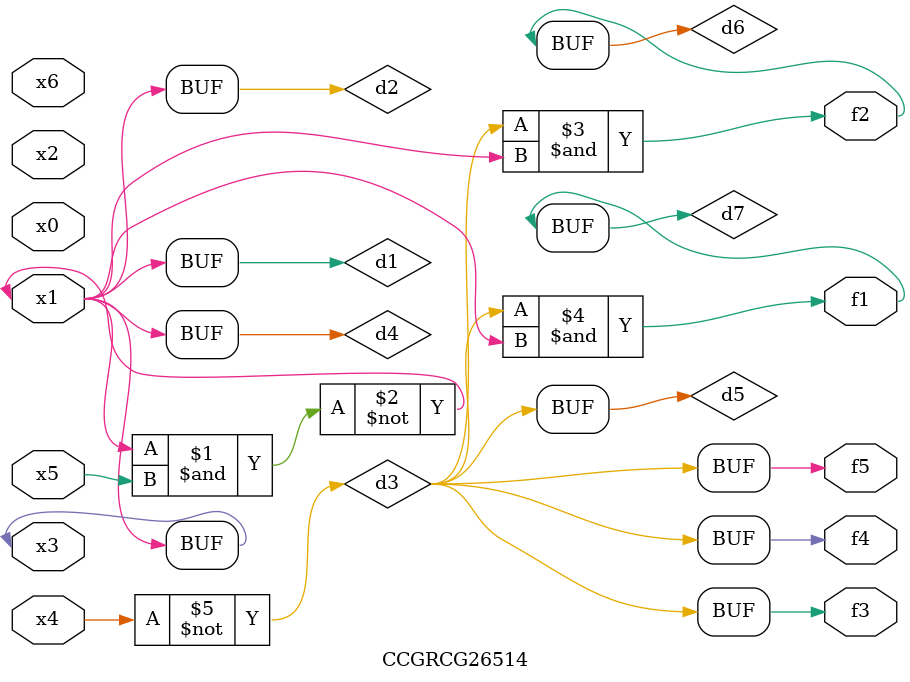
<source format=v>
module CCGRCG26514(
	input x0, x1, x2, x3, x4, x5, x6,
	output f1, f2, f3, f4, f5
);

	wire d1, d2, d3, d4, d5, d6, d7;

	buf (d1, x1, x3);
	nand (d2, x1, x5);
	not (d3, x4);
	buf (d4, d1, d2);
	buf (d5, d3);
	and (d6, d3, d4);
	and (d7, d3, d4);
	assign f1 = d7;
	assign f2 = d6;
	assign f3 = d5;
	assign f4 = d5;
	assign f5 = d5;
endmodule

</source>
